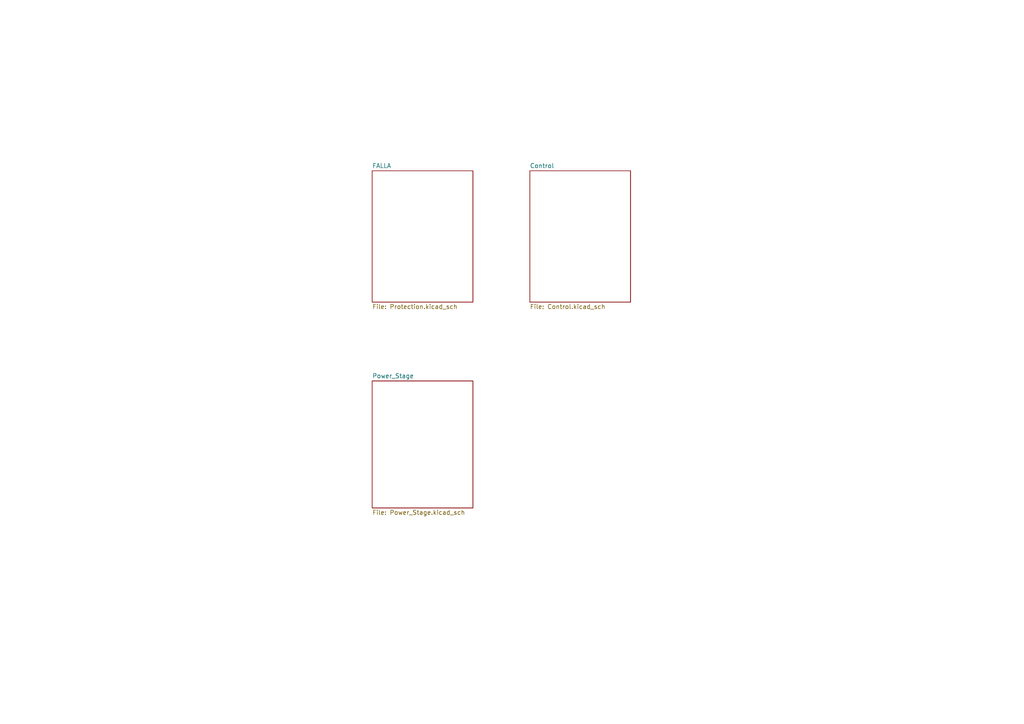
<source format=kicad_sch>
(kicad_sch (version 20211123) (generator eeschema)
  (paper "A4")
  (lib_symbols)
  (sheet (at 107.95 110.49) (size 29.21 36.83) (stroke (width 0.1524))
    (property "Sheet name" "Power_Stage" (at 107.95 109.7784 0) (effects (justify left bottom)))
    (property "Sheet file" "Power_Stage.kicad_sch" (at 107.95 147.9046 0) (effects (justify left top)))
  )
  (sheet (at 107.95 49.53) (size 29.21 38.1) (stroke (width 0.1524))
    (property "Sheet name" "FALLA" (at 107.95 48.8184 0) (effects (justify left bottom)))
    (property "Sheet file" "Protection.kicad_sch" (at 107.95 88.2146 0) (effects (justify left top)))
  )
  (sheet (at 153.67 49.53) (size 29.21 38.1) (stroke (width 0.1524))
    (property "Sheet name" "Control" (at 153.67 48.8184 0) (effects (justify left bottom)))
    (property "Sheet file" "Control.kicad_sch" (at 153.67 88.2146 0) (effects (justify left top)))
  )
)
</source>
